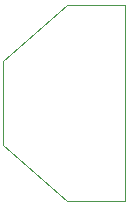
<source format=gbr>
%TF.GenerationSoftware,KiCad,Pcbnew,(5.1.9)-1*%
%TF.CreationDate,2021-08-28T05:30:34+03:00*%
%TF.ProjectId,LED_Tail_001,4c45445f-5461-4696-9c5f-3030312e6b69,rev?*%
%TF.SameCoordinates,Original*%
%TF.FileFunction,Profile,NP*%
%FSLAX46Y46*%
G04 Gerber Fmt 4.6, Leading zero omitted, Abs format (unit mm)*
G04 Created by KiCad (PCBNEW (5.1.9)-1) date 2021-08-28 05:30:34*
%MOMM*%
%LPD*%
G01*
G04 APERTURE LIST*
%TA.AperFunction,Profile*%
%ADD10C,0.050000*%
%TD*%
G04 APERTURE END LIST*
D10*
X44862400Y3550300D02*
X44862400Y-3550300D01*
X50280600Y8300000D02*
X44862400Y3550300D01*
X55162000Y8300000D02*
X50280600Y8300000D01*
X55162000Y-8300000D02*
X55162000Y8300000D01*
X50280600Y-8300000D02*
X55162000Y-8300000D01*
X44862400Y-3550300D02*
X50280600Y-8300000D01*
M02*

</source>
